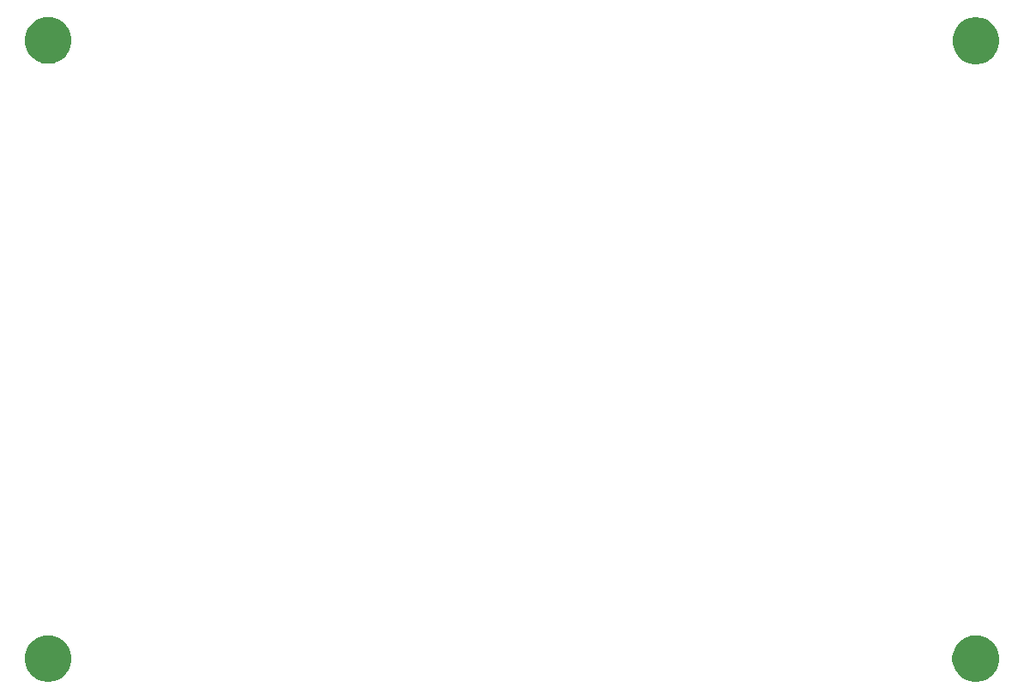
<source format=gbr>
G04 #@! TF.GenerationSoftware,KiCad,Pcbnew,(5.1.2)-2*
G04 #@! TF.CreationDate,2021-08-28T01:21:12-04:00*
G04 #@! TF.ProjectId,MAG_Plus,4d41475f-506c-4757-932e-6b696361645f,rev?*
G04 #@! TF.SameCoordinates,Original*
G04 #@! TF.FileFunction,Soldermask,Top*
G04 #@! TF.FilePolarity,Negative*
%FSLAX46Y46*%
G04 Gerber Fmt 4.6, Leading zero omitted, Abs format (unit mm)*
G04 Created by KiCad (PCBNEW (5.1.2)-2) date 2021-08-28 01:21:12*
%MOMM*%
%LPD*%
G04 APERTURE LIST*
%ADD10C,0.100000*%
G04 APERTURE END LIST*
D10*
G36*
X361068903Y-106213213D02*
G01*
X361291177Y-106257426D01*
X361709932Y-106430880D01*
X362086802Y-106682696D01*
X362407304Y-107003198D01*
X362659120Y-107380068D01*
X362832574Y-107798823D01*
X362921000Y-108243371D01*
X362921000Y-108696629D01*
X362832574Y-109141177D01*
X362659120Y-109559932D01*
X362407304Y-109936802D01*
X362086802Y-110257304D01*
X361709932Y-110509120D01*
X361291177Y-110682574D01*
X361068903Y-110726787D01*
X360846630Y-110771000D01*
X360393370Y-110771000D01*
X360171097Y-110726787D01*
X359948823Y-110682574D01*
X359530068Y-110509120D01*
X359153198Y-110257304D01*
X358832696Y-109936802D01*
X358580880Y-109559932D01*
X358407426Y-109141177D01*
X358319000Y-108696629D01*
X358319000Y-108243371D01*
X358407426Y-107798823D01*
X358580880Y-107380068D01*
X358832696Y-107003198D01*
X359153198Y-106682696D01*
X359530068Y-106430880D01*
X359948823Y-106257426D01*
X360171097Y-106213213D01*
X360393370Y-106169000D01*
X360846630Y-106169000D01*
X361068903Y-106213213D01*
X361068903Y-106213213D01*
G37*
G36*
X452548903Y-106203213D02*
G01*
X452771177Y-106247426D01*
X453189932Y-106420880D01*
X453566802Y-106672696D01*
X453887304Y-106993198D01*
X454139120Y-107370068D01*
X454312574Y-107788823D01*
X454401000Y-108233371D01*
X454401000Y-108686629D01*
X454312574Y-109131177D01*
X454139120Y-109549932D01*
X453887304Y-109926802D01*
X453566802Y-110247304D01*
X453189932Y-110499120D01*
X452771177Y-110672574D01*
X452548903Y-110716787D01*
X452326630Y-110761000D01*
X451873370Y-110761000D01*
X451651097Y-110716787D01*
X451428823Y-110672574D01*
X451010068Y-110499120D01*
X450633198Y-110247304D01*
X450312696Y-109926802D01*
X450060880Y-109549932D01*
X449887426Y-109131177D01*
X449799000Y-108686629D01*
X449799000Y-108233371D01*
X449887426Y-107788823D01*
X450060880Y-107370068D01*
X450312696Y-106993198D01*
X450633198Y-106672696D01*
X451010068Y-106420880D01*
X451428823Y-106247426D01*
X451651097Y-106203213D01*
X451873370Y-106159000D01*
X452326630Y-106159000D01*
X452548903Y-106203213D01*
X452548903Y-106203213D01*
G37*
G36*
X452558903Y-45223213D02*
G01*
X452781177Y-45267426D01*
X453199932Y-45440880D01*
X453576802Y-45692696D01*
X453897304Y-46013198D01*
X454149120Y-46390068D01*
X454322574Y-46808823D01*
X454411000Y-47253371D01*
X454411000Y-47706629D01*
X454322574Y-48151177D01*
X454149120Y-48569932D01*
X453897304Y-48946802D01*
X453576802Y-49267304D01*
X453199932Y-49519120D01*
X452781177Y-49692574D01*
X452558903Y-49736787D01*
X452336630Y-49781000D01*
X451883370Y-49781000D01*
X451661097Y-49736787D01*
X451438823Y-49692574D01*
X451020068Y-49519120D01*
X450643198Y-49267304D01*
X450322696Y-48946802D01*
X450070880Y-48569932D01*
X449897426Y-48151177D01*
X449809000Y-47706629D01*
X449809000Y-47253371D01*
X449897426Y-46808823D01*
X450070880Y-46390068D01*
X450322696Y-46013198D01*
X450643198Y-45692696D01*
X451020068Y-45440880D01*
X451438823Y-45267426D01*
X451661097Y-45223213D01*
X451883370Y-45179000D01*
X452336630Y-45179000D01*
X452558903Y-45223213D01*
X452558903Y-45223213D01*
G37*
G36*
X360947176Y-45179000D02*
G01*
X361291177Y-45247426D01*
X361709932Y-45420880D01*
X362086802Y-45672696D01*
X362407304Y-45993198D01*
X362659120Y-46370068D01*
X362832574Y-46788823D01*
X362921000Y-47233371D01*
X362921000Y-47686629D01*
X362832574Y-48131177D01*
X362659120Y-48549932D01*
X362407304Y-48926802D01*
X362086802Y-49247304D01*
X361709932Y-49499120D01*
X361291177Y-49672574D01*
X361190630Y-49692574D01*
X360846630Y-49761000D01*
X360393370Y-49761000D01*
X360049370Y-49692574D01*
X359948823Y-49672574D01*
X359530068Y-49499120D01*
X359153198Y-49247304D01*
X358832696Y-48926802D01*
X358580880Y-48549932D01*
X358407426Y-48131177D01*
X358319000Y-47686629D01*
X358319000Y-47233371D01*
X358407426Y-46788823D01*
X358580880Y-46370068D01*
X358832696Y-45993198D01*
X359153198Y-45672696D01*
X359530068Y-45420880D01*
X359948823Y-45247426D01*
X360292824Y-45179000D01*
X360393370Y-45159000D01*
X360846630Y-45159000D01*
X360947176Y-45179000D01*
X360947176Y-45179000D01*
G37*
M02*

</source>
